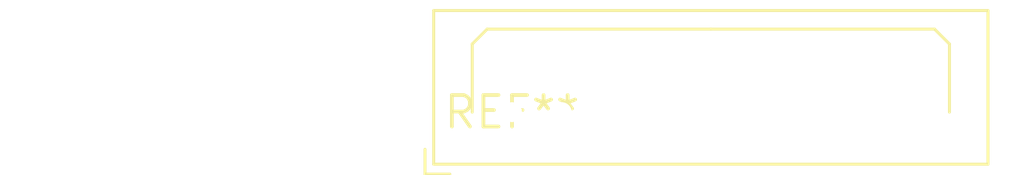
<source format=kicad_pcb>
(kicad_pcb (version 20240108) (generator pcbnew)
  (layers (0 "F.Cu" signal) (31 "B.Cu" signal) (34 "B.Paste" user) (35 "F.Paste" user) (36 "B.SilkS" user "B.Silkscreen") (37 "F.SilkS" user "F.Silkscreen") (38 "B.Mask" user) (39 "F.Mask" user) (44 "Edge.Cuts" user))
  (net 0 "")
  (footprint "Harwin_LTek-Male_2x09_P2.00mm_Vertical" (layer "F.Cu") (at 0 0)
    (property "Reference" "REF**")
    (property "Value" "Harwin_LTek-Male_2x09_P2.00mm_Vertical")
    (fp_line (start -3.5 1.5) (end -3.5 2.5) (layer "F.SilkS") (stroke (width 0.12)))
    (fp_line (start -3.5 2.5) (end -2.5 2.5) (layer "F.SilkS") (stroke (width 0.12)))
    (fp_line (start -3.15 -4.1) (end -3.15 2.1) (layer "F.SilkS") (stroke (width 0.12)))
    (fp_line (start -3.15 2.1) (end 19.15 2.1) (layer "F.SilkS") (stroke (width 0.12)))
    (fp_line (start -1.6 -2.75) (end -1 -3.35) (layer "F.SilkS") (stroke (width 0.12)))
    (fp_line (start -1.6 0) (end -1.6 -2.75) (layer "F.SilkS") (stroke (width 0.12)))
    (fp_line (start -1 -3.35) (end 8 -3.35) (layer "F.SilkS") (stroke (width 0.12)))
    (fp_line (start 17 -3.35) (end 8 -3.35) (layer "F.SilkS") (stroke (width 0.12)))
    (fp_line (start 17.6 -2.75) (end 17 -3.35) (layer "F.SilkS") (stroke (width 0.12)))
    (fp_line (start 17.6 0) (end 17.6 -2.75) (layer "F.SilkS") (stroke (width 0.12)))
    (fp_line (start 19.15 -4.1) (end -3.15 -4.1) (layer "F.SilkS") (stroke (width 0.12)))
    (fp_line (start 19.15 2.1) (end 19.15 -4.1) (layer "F.SilkS") (stroke (width 0.12)))
    (pad "1" thru_hole rect (at 0 0) (size 1.35 1.35) (drill 0.8) (layers *.Cu *.Mask) (remove_unused_layers))
    (pad "2" thru_hole circle (at 0 -2) (size 1.35 1.35) (drill 0.8) (layers *.Cu *.Mask) (remove_unused_layers))
    (pad "3" thru_hole circle (at 2 0) (size 1.35 1.35) (drill 0.8) (layers *.Cu *.Mask) (remove_unused_layers))
    (pad "4" thru_hole circle (at 2 -2) (size 1.35 1.35) (drill 0.8) (layers *.Cu *.Mask) (remove_unused_layers))
    (pad "5" thru_hole circle (at 4 0) (size 1.35 1.35) (drill 0.8) (layers *.Cu *.Mask) (remove_unused_layers))
    (pad "6" thru_hole circle (at 4 -2) (size 1.35 1.35) (drill 0.8) (layers *.Cu *.Mask) (remove_unused_layers))
    (pad "7" thru_hole circle (at 6 0) (size 1.35 1.35) (drill 0.8) (layers *.Cu *.Mask) (remove_unused_layers))
    (pad "8" thru_hole circle (at 6 -2) (size 1.35 1.35) (drill 0.8) (layers *.Cu *.Mask) (remove_unused_layers))
    (pad "9" thru_hole circle (at 8 0) (size 1.35 1.35) (drill 0.8) (layers *.Cu *.Mask) (remove_unused_layers))
    (pad "10" thru_hole circle (at 8 -2) (size 1.35 1.35) (drill 0.8) (layers *.Cu *.Mask) (remove_unused_layers))
    (pad "11" thru_hole circle (at 10 0) (size 1.35 1.35) (drill 0.8) (layers *.Cu *.Mask) (remove_unused_layers))
    (pad "12" thru_hole circle (at 10 -2) (size 1.35 1.35) (drill 0.8) (layers *.Cu *.Mask) (remove_unused_layers))
    (pad "13" thru_hole circle (at 12 0) (size 1.35 1.35) (drill 0.8) (layers *.Cu *.Mask) (remove_unused_layers))
    (pad "14" thru_hole circle (at 12 -2) (size 1.35 1.35) (drill 0.8) (layers *.Cu *.Mask) (remove_unused_layers))
    (pad "15" thru_hole circle (at 14 0) (size 1.35 1.35) (drill 0.8) (layers *.Cu *.Mask) (remove_unused_layers))
    (pad "16" thru_hole circle (at 14 -2) (size 1.35 1.35) (drill 0.8) (layers *.Cu *.Mask) (remove_unused_layers))
    (pad "17" thru_hole circle (at 16 0) (size 1.35 1.35) (drill 0.8) (layers *.Cu *.Mask) (remove_unused_layers))
    (pad "18" thru_hole circle (at 16 -2) (size 1.35 1.35) (drill 0.8) (layers *.Cu *.Mask) (remove_unused_layers))
  )
)
</source>
